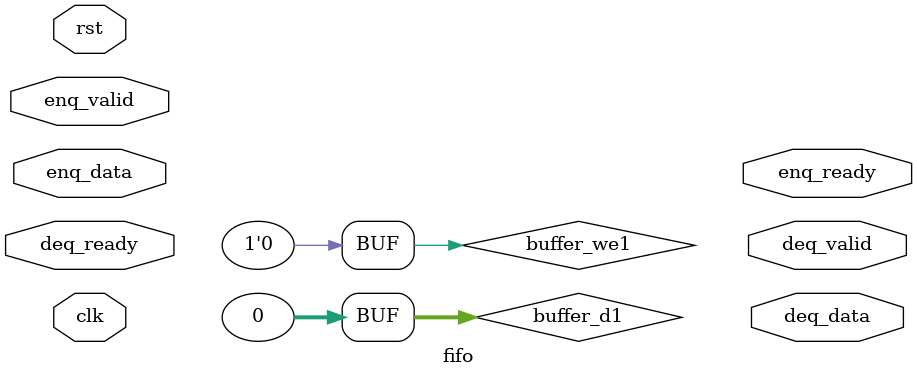
<source format=v>
`include "../../lib/EECS151.v"

module fifo #(
    parameter WIDTH = 32,  // data width is 32-bit
    parameter LOGDEPTH = 3 // 2^3 = 8 entries
) (
    input clk,
    input rst,

    input  enq_valid,
    input  [WIDTH-1:0] enq_data,
    output enq_ready,

    output deq_valid,
    output [WIDTH-1:0] deq_data,
    input deq_ready
);

    // For simplicity, we deal with FIFO with depth values of power of two.
    localparam DEPTH = (1 << LOGDEPTH);

    // Dual-port Memory
    // Use port0 for write, port1 for read
    wire [LOGDEPTH-1:0] buffer_addr0, buffer_addr1;
    wire [WIDTH-1:0] buffer_d0, buffer_d1, buffer_q0, buffer_q1;
    wire buffer_we0, buffer_we1;

    // You can choose to use either ASYNC read or SYNC read memory for buffer storage of your FIFO
    // It is suggested that you should start with ASYNC read, since it will be simpler

    // This memory requires 1-cycle write update
    // Read can be performed immediately
    XILINX_ASYNC_RAM_DP #(.AWIDTH(LOGDEPTH), .DWIDTH(WIDTH), .DEPTH(DEPTH)) buffer (
        .q0(buffer_q0), .d0(buffer_d0), .addr0(buffer_addr0), .we0(buffer_we0),
        .q1(buffer_q1), .d1(buffer_d1), .addr1(buffer_addr1), .we1(buffer_we1),
        .clk(clk), .rst(rst));

//    // This memory requires 1-cycle write, and 1-cycle read
//    XILINX_SYNC_RAM_DP #(.AWIDTH(LOGDEPTH), .DWIDTH(WIDTH), .DEPTH(DEPTH)) buffer (
//        .q0(buffer_q0), .d0(buffer_d0), .addr0(buffer_addr0), .we0(buffer_we0),
//        .q1(buffer_q1), .d1(buffer_d1), .addr1(buffer_addr1), .we1(buffer_we1),
//        .clk(clk), .rst(rst));

    // Disable write on port1
    assign buffer_we1 = 1'b0;
    assign buffer_d1  = 0;

    wire [LOGDEPTH-1:0] read_ptr_val, read_ptr_next;
    wire read_ptr_ce;
    wire [LOGDEPTH-1:0] write_ptr_val, write_ptr_next;
    wire write_ptr_ce;

    REGISTER_R_CE #(.N(LOGDEPTH)) read_ptr_reg  (
        .q(read_ptr_val),
        .d(read_ptr_next),
        .ce(read_ptr_ce),
        .rst(rst), .clk(clk));
    REGISTER_R_CE #(.N(LOGDEPTH)) write_ptr_reg (
        .q(write_ptr_val),
        .d(write_ptr_next),
        .ce(write_ptr_ce),
        .rst(rst), .clk(clk));

    // TODO: Your code to implement the FIFO logic
    // Note that:
    // - enq_ready is LOW: FIFO is full
    // - deq_valid is LOW: FIFO is empty

    wire enq_fire = enq_valid && enq_ready;
    wire deq_fire = deq_valid && deq_ready;


endmodule

</source>
